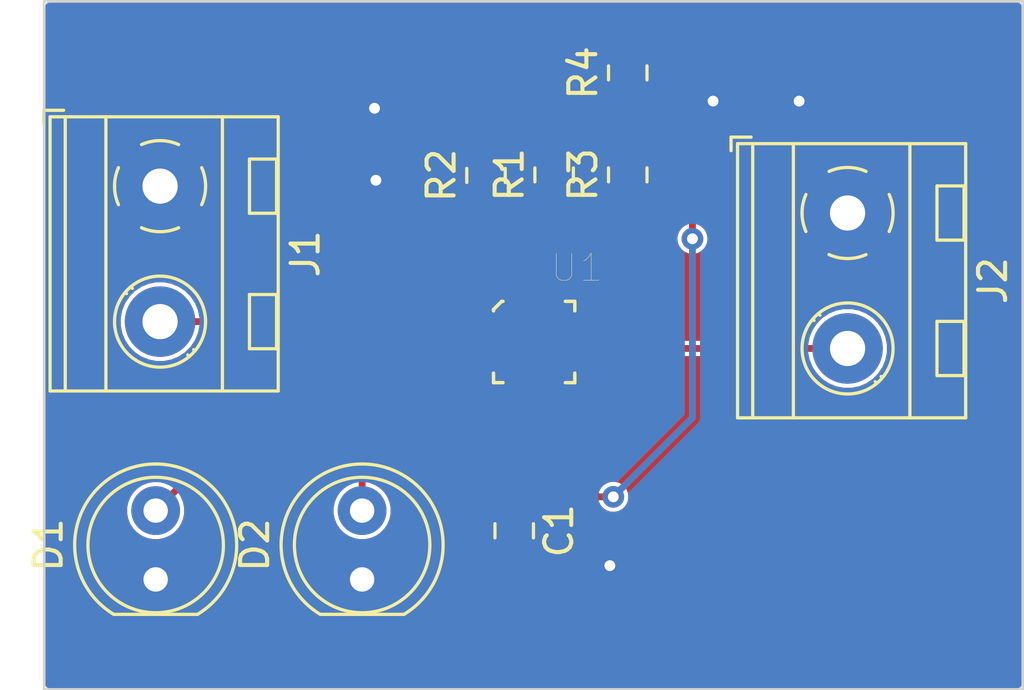
<source format=kicad_pcb>
(kicad_pcb (version 20171130) (host pcbnew "(5.0.2)-1")

  (general
    (thickness 1.6)
    (drawings 4)
    (tracks 41)
    (zones 0)
    (modules 10)
    (nets 14)
  )

  (page A4)
  (layers
    (0 F.Cu signal)
    (31 B.Cu signal)
    (32 B.Adhes user hide)
    (33 F.Adhes user hide)
    (34 B.Paste user hide)
    (35 F.Paste user hide)
    (36 B.SilkS user hide)
    (37 F.SilkS user hide)
    (38 B.Mask user hide)
    (39 F.Mask user hide)
    (40 Dwgs.User user hide)
    (41 Cmts.User user hide)
    (42 Eco1.User user hide)
    (43 Eco2.User user hide)
    (44 Edge.Cuts user)
    (45 Margin user hide)
    (46 B.CrtYd user)
    (47 F.CrtYd user)
    (48 B.Fab user)
    (49 F.Fab user)
  )

  (setup
    (last_trace_width 0.25)
    (user_trace_width 0.254)
    (user_trace_width 0.508)
    (user_trace_width 1.27)
    (user_trace_width 2.54)
    (trace_clearance 0.1524)
    (zone_clearance 0)
    (zone_45_only no)
    (trace_min 0.2)
    (segment_width 0.2)
    (edge_width 0.05)
    (via_size 0.8)
    (via_drill 0.4)
    (via_min_size 0.4)
    (via_min_drill 0.3)
    (uvia_size 0.3)
    (uvia_drill 0.1)
    (uvias_allowed no)
    (uvia_min_size 0.2)
    (uvia_min_drill 0.1)
    (pcb_text_width 0.3)
    (pcb_text_size 1.5 1.5)
    (mod_edge_width 0.12)
    (mod_text_size 1 1)
    (mod_text_width 0.15)
    (pad_size 1.524 1.524)
    (pad_drill 0.762)
    (pad_to_mask_clearance 0.051)
    (solder_mask_min_width 0.25)
    (aux_axis_origin 0 0)
    (visible_elements 7FFFFFFF)
    (pcbplotparams
      (layerselection 0x01000_ffffffff)
      (usegerberextensions false)
      (usegerberattributes false)
      (usegerberadvancedattributes false)
      (creategerberjobfile false)
      (excludeedgelayer true)
      (linewidth 0.100000)
      (plotframeref false)
      (viasonmask false)
      (mode 1)
      (useauxorigin false)
      (hpglpennumber 1)
      (hpglpenspeed 20)
      (hpglpendiameter 15.000000)
      (psnegative false)
      (psa4output false)
      (plotreference true)
      (plotvalue true)
      (plotinvisibletext false)
      (padsonsilk false)
      (subtractmaskfromsilk false)
      (outputformat 1)
      (mirror false)
      (drillshape 0)
      (scaleselection 1)
      (outputdirectory "D:/Juan_Ayala/"))
  )

  (net 0 "")
  (net 1 GND)
  (net 2 "Net-(C1-Pad1)")
  (net 3 "Net-(D1-Pad2)")
  (net 4 "Net-(D2-Pad2)")
  (net 5 "Net-(J1-Pad2)")
  (net 6 "Net-(J2-Pad2)")
  (net 7 "Net-(R1-Pad1)")
  (net 8 "Net-(R2-Pad1)")
  (net 9 "Net-(R3-Pad2)")
  (net 10 "Net-(R3-Pad1)")
  (net 11 "Net-(U1-Pad9)")
  (net 12 "Net-(U1-Pad14)")
  (net 13 "Net-(U1-Pad16)")

  (net_class Default "This is the default net class."
    (clearance 0.1524)
    (trace_width 0.25)
    (via_dia 0.8)
    (via_drill 0.4)
    (uvia_dia 0.3)
    (uvia_drill 0.1)
    (add_net GND)
    (add_net "Net-(C1-Pad1)")
    (add_net "Net-(D1-Pad2)")
    (add_net "Net-(D2-Pad2)")
    (add_net "Net-(J1-Pad2)")
    (add_net "Net-(J2-Pad2)")
    (add_net "Net-(R1-Pad1)")
    (add_net "Net-(R2-Pad1)")
    (add_net "Net-(R3-Pad1)")
    (add_net "Net-(R3-Pad2)")
    (add_net "Net-(U1-Pad14)")
    (add_net "Net-(U1-Pad16)")
    (add_net "Net-(U1-Pad9)")
  )

  (module SS:VFQFPN16 (layer F.Cu) (tedit 5E50C74D) (tstamp 5E524DF5)
    (at 169.926 103.505)
    (path /5E4D92C7)
    (fp_text reference U1 (at 1.57783 -2.73991) (layer F.SilkS)
      (effects (font (size 1.001795 1.001795) (thickness 0.015)))
    )
    (fp_text value L6924D (at 11.6447 2.66724) (layer F.Fab)
      (effects (font (size 1.000835 1.000835) (thickness 0.015)))
    )
    (fp_line (start 1.5 -1.48) (end 1.5 1.5) (layer F.Fab) (width 0.127))
    (fp_line (start 1.5 1.5) (end -1.5 1.5) (layer F.Fab) (width 0.127))
    (fp_line (start -1.5 1.5) (end -1.5 -1.5) (layer F.Fab) (width 0.127))
    (fp_line (start -1.5 -1.5) (end 1.5 -1.5) (layer F.Fab) (width 0.127))
    (fp_line (start -1.5 -1.15) (end -1.5 -1.2) (layer F.SilkS) (width 0.127))
    (fp_line (start -1.5 -1.2) (end -1.2 -1.5) (layer F.SilkS) (width 0.127))
    (fp_line (start -1.2 -1.5) (end -1.15 -1.5) (layer F.SilkS) (width 0.127))
    (fp_line (start 1.15 -1.5) (end 1.5 -1.5) (layer F.SilkS) (width 0.127))
    (fp_line (start 1.5 -1.5) (end 1.5 -1.15) (layer F.SilkS) (width 0.127))
    (fp_line (start 1.5 1.15) (end 1.5 1.5) (layer F.SilkS) (width 0.127))
    (fp_line (start 1.5 1.5) (end 1.15 1.5) (layer F.SilkS) (width 0.127))
    (fp_line (start -1.5 1.15) (end -1.5 1.5) (layer F.SilkS) (width 0.127))
    (fp_line (start -1.5 1.5) (end -1.15 1.5) (layer F.SilkS) (width 0.127))
    (fp_line (start -2.2 -2.2) (end -2.2 2.2) (layer F.CrtYd) (width 0.127))
    (fp_line (start -2.2 2.2) (end 2.2 2.2) (layer F.CrtYd) (width 0.127))
    (fp_line (start 2.2 2.2) (end 2.2 -2.2) (layer F.CrtYd) (width 0.127))
    (fp_line (start 2.2 -2.2) (end -2.2 -2.2) (layer F.CrtYd) (width 0.127))
    (fp_circle (center -2.3 -0.8) (end -2.158581 -0.8) (layer F.Fab) (width 0.127))
    (fp_circle (center -2.3 -0.8) (end -2.2 -0.8) (layer F.Fab) (width 0.127))
    (fp_circle (center -2.33 -0.84) (end -2.285281 -0.84) (layer F.Fab) (width 0.127))
    (pad 1 smd rect (at -1.48 -0.75) (size 0.85 0.3) (layers F.Cu F.Paste F.Mask)
      (net 5 "Net-(J1-Pad2)"))
    (pad 2 smd rect (at -1.48 -0.25) (size 0.85 0.3) (layers F.Cu F.Paste F.Mask)
      (net 5 "Net-(J1-Pad2)"))
    (pad 3 smd rect (at -1.48 0.25) (size 0.85 0.3) (layers F.Cu F.Paste F.Mask)
      (net 3 "Net-(D1-Pad2)"))
    (pad 4 smd rect (at -1.48 0.75) (size 0.85 0.3) (layers F.Cu F.Paste F.Mask)
      (net 4 "Net-(D2-Pad2)"))
    (pad 5 smd rect (at -0.75 1.48) (size 0.3 0.85) (layers F.Cu F.Paste F.Mask)
      (net 2 "Net-(C1-Pad1)"))
    (pad 6 smd rect (at -0.25 1.48) (size 0.3 0.85) (layers F.Cu F.Paste F.Mask)
      (net 1 GND))
    (pad 7 smd rect (at 0.25 1.48) (size 0.3 0.85) (layers F.Cu F.Paste F.Mask)
      (net 1 GND))
    (pad 8 smd rect (at 0.75 1.48) (size 0.3 0.85) (layers F.Cu F.Paste F.Mask)
      (net 9 "Net-(R3-Pad2)"))
    (pad 9 smd rect (at 1.48 0.75) (size 0.85 0.3) (layers F.Cu F.Paste F.Mask)
      (net 11 "Net-(U1-Pad9)"))
    (pad 10 smd rect (at 1.48 0.25) (size 0.85 0.3) (layers F.Cu F.Paste F.Mask)
      (net 6 "Net-(J2-Pad2)"))
    (pad 11 smd rect (at 1.48 -0.25) (size 0.85 0.3) (layers F.Cu F.Paste F.Mask)
      (net 6 "Net-(J2-Pad2)"))
    (pad 12 smd rect (at 1.48 -0.75) (size 0.85 0.3) (layers F.Cu F.Paste F.Mask)
      (net 10 "Net-(R3-Pad1)"))
    (pad 13 smd rect (at 0.75 -1.48) (size 0.3 0.85) (layers F.Cu F.Paste F.Mask)
      (net 7 "Net-(R1-Pad1)"))
    (pad 14 smd rect (at 0.25 -1.48) (size 0.3 0.85) (layers F.Cu F.Paste F.Mask)
      (net 12 "Net-(U1-Pad14)"))
    (pad 15 smd rect (at -0.25 -1.48) (size 0.3 0.85) (layers F.Cu F.Paste F.Mask)
      (net 8 "Net-(R2-Pad1)"))
    (pad 16 smd rect (at -0.75 -1.48) (size 0.3 0.85) (layers F.Cu F.Paste F.Mask)
      (net 13 "Net-(U1-Pad16)"))
    (pad 17 smd rect (at 0 0) (size 1.75 1.75) (layers F.Cu F.Paste F.Mask))
  )

  (module Resistor_SMD:R_0805_2012Metric (layer F.Cu) (tedit 5B36C52B) (tstamp 5E524DCC)
    (at 173.3804 93.5713 90)
    (descr "Resistor SMD 0805 (2012 Metric), square (rectangular) end terminal, IPC_7351 nominal, (Body size source: https://docs.google.com/spreadsheets/d/1BsfQQcO9C6DZCsRaXUlFlo91Tg2WpOkGARC1WS5S8t0/edit?usp=sharing), generated with kicad-footprint-generator")
    (tags resistor)
    (path /5E50AC5B)
    (attr smd)
    (fp_text reference R4 (at 0 -1.65 90) (layer F.SilkS)
      (effects (font (size 1 1) (thickness 0.15)))
    )
    (fp_text value 470 (at 0 1.65 90) (layer F.Fab)
      (effects (font (size 1 1) (thickness 0.15)))
    )
    (fp_text user %R (at 0 0 90) (layer F.Fab)
      (effects (font (size 0.5 0.5) (thickness 0.08)))
    )
    (fp_line (start 1.68 0.95) (end -1.68 0.95) (layer F.CrtYd) (width 0.05))
    (fp_line (start 1.68 -0.95) (end 1.68 0.95) (layer F.CrtYd) (width 0.05))
    (fp_line (start -1.68 -0.95) (end 1.68 -0.95) (layer F.CrtYd) (width 0.05))
    (fp_line (start -1.68 0.95) (end -1.68 -0.95) (layer F.CrtYd) (width 0.05))
    (fp_line (start -0.258578 0.71) (end 0.258578 0.71) (layer F.SilkS) (width 0.12))
    (fp_line (start -0.258578 -0.71) (end 0.258578 -0.71) (layer F.SilkS) (width 0.12))
    (fp_line (start 1 0.6) (end -1 0.6) (layer F.Fab) (width 0.1))
    (fp_line (start 1 -0.6) (end 1 0.6) (layer F.Fab) (width 0.1))
    (fp_line (start -1 -0.6) (end 1 -0.6) (layer F.Fab) (width 0.1))
    (fp_line (start -1 0.6) (end -1 -0.6) (layer F.Fab) (width 0.1))
    (pad 2 smd roundrect (at 0.9375 0 90) (size 0.975 1.4) (layers F.Cu F.Paste F.Mask) (roundrect_rratio 0.25)
      (net 1 GND))
    (pad 1 smd roundrect (at -0.9375 0 90) (size 0.975 1.4) (layers F.Cu F.Paste F.Mask) (roundrect_rratio 0.25)
      (net 9 "Net-(R3-Pad2)"))
    (model ${KISYS3DMOD}/Resistor_SMD.3dshapes/R_0805_2012Metric.wrl
      (at (xyz 0 0 0))
      (scale (xyz 1 1 1))
      (rotate (xyz 0 0 0))
    )
  )

  (module Resistor_SMD:R_0805_2012Metric (layer F.Cu) (tedit 5B36C52B) (tstamp 5E524DBB)
    (at 173.3804 97.3351 90)
    (descr "Resistor SMD 0805 (2012 Metric), square (rectangular) end terminal, IPC_7351 nominal, (Body size source: https://docs.google.com/spreadsheets/d/1BsfQQcO9C6DZCsRaXUlFlo91Tg2WpOkGARC1WS5S8t0/edit?usp=sharing), generated with kicad-footprint-generator")
    (tags resistor)
    (path /5E50AC1B)
    (attr smd)
    (fp_text reference R3 (at 0 -1.65 90) (layer F.SilkS)
      (effects (font (size 1 1) (thickness 0.15)))
    )
    (fp_text value 1k (at 0 1.65 90) (layer F.Fab)
      (effects (font (size 1 1) (thickness 0.15)))
    )
    (fp_text user %R (at 0 0 90) (layer F.Fab)
      (effects (font (size 0.5 0.5) (thickness 0.08)))
    )
    (fp_line (start 1.68 0.95) (end -1.68 0.95) (layer F.CrtYd) (width 0.05))
    (fp_line (start 1.68 -0.95) (end 1.68 0.95) (layer F.CrtYd) (width 0.05))
    (fp_line (start -1.68 -0.95) (end 1.68 -0.95) (layer F.CrtYd) (width 0.05))
    (fp_line (start -1.68 0.95) (end -1.68 -0.95) (layer F.CrtYd) (width 0.05))
    (fp_line (start -0.258578 0.71) (end 0.258578 0.71) (layer F.SilkS) (width 0.12))
    (fp_line (start -0.258578 -0.71) (end 0.258578 -0.71) (layer F.SilkS) (width 0.12))
    (fp_line (start 1 0.6) (end -1 0.6) (layer F.Fab) (width 0.1))
    (fp_line (start 1 -0.6) (end 1 0.6) (layer F.Fab) (width 0.1))
    (fp_line (start -1 -0.6) (end 1 -0.6) (layer F.Fab) (width 0.1))
    (fp_line (start -1 0.6) (end -1 -0.6) (layer F.Fab) (width 0.1))
    (pad 2 smd roundrect (at 0.9375 0 90) (size 0.975 1.4) (layers F.Cu F.Paste F.Mask) (roundrect_rratio 0.25)
      (net 9 "Net-(R3-Pad2)"))
    (pad 1 smd roundrect (at -0.9375 0 90) (size 0.975 1.4) (layers F.Cu F.Paste F.Mask) (roundrect_rratio 0.25)
      (net 10 "Net-(R3-Pad1)"))
    (model ${KISYS3DMOD}/Resistor_SMD.3dshapes/R_0805_2012Metric.wrl
      (at (xyz 0 0 0))
      (scale (xyz 1 1 1))
      (rotate (xyz 0 0 0))
    )
  )

  (module Resistor_SMD:R_0805_2012Metric (layer F.Cu) (tedit 5B36C52B) (tstamp 5E524DAA)
    (at 168.148 97.3559 90)
    (descr "Resistor SMD 0805 (2012 Metric), square (rectangular) end terminal, IPC_7351 nominal, (Body size source: https://docs.google.com/spreadsheets/d/1BsfQQcO9C6DZCsRaXUlFlo91Tg2WpOkGARC1WS5S8t0/edit?usp=sharing), generated with kicad-footprint-generator")
    (tags resistor)
    (path /5E4F85A4)
    (attr smd)
    (fp_text reference R2 (at 0 -1.65 90) (layer F.SilkS)
      (effects (font (size 1 1) (thickness 0.15)))
    )
    (fp_text value 11K (at 0 1.65 90) (layer F.Fab)
      (effects (font (size 1 1) (thickness 0.15)))
    )
    (fp_text user %R (at 0 0 90) (layer F.Fab)
      (effects (font (size 0.5 0.5) (thickness 0.08)))
    )
    (fp_line (start 1.68 0.95) (end -1.68 0.95) (layer F.CrtYd) (width 0.05))
    (fp_line (start 1.68 -0.95) (end 1.68 0.95) (layer F.CrtYd) (width 0.05))
    (fp_line (start -1.68 -0.95) (end 1.68 -0.95) (layer F.CrtYd) (width 0.05))
    (fp_line (start -1.68 0.95) (end -1.68 -0.95) (layer F.CrtYd) (width 0.05))
    (fp_line (start -0.258578 0.71) (end 0.258578 0.71) (layer F.SilkS) (width 0.12))
    (fp_line (start -0.258578 -0.71) (end 0.258578 -0.71) (layer F.SilkS) (width 0.12))
    (fp_line (start 1 0.6) (end -1 0.6) (layer F.Fab) (width 0.1))
    (fp_line (start 1 -0.6) (end 1 0.6) (layer F.Fab) (width 0.1))
    (fp_line (start -1 -0.6) (end 1 -0.6) (layer F.Fab) (width 0.1))
    (fp_line (start -1 0.6) (end -1 -0.6) (layer F.Fab) (width 0.1))
    (pad 2 smd roundrect (at 0.9375 0 90) (size 0.975 1.4) (layers F.Cu F.Paste F.Mask) (roundrect_rratio 0.25)
      (net 1 GND))
    (pad 1 smd roundrect (at -0.9375 0 90) (size 0.975 1.4) (layers F.Cu F.Paste F.Mask) (roundrect_rratio 0.25)
      (net 8 "Net-(R2-Pad1)"))
    (model ${KISYS3DMOD}/Resistor_SMD.3dshapes/R_0805_2012Metric.wrl
      (at (xyz 0 0 0))
      (scale (xyz 1 1 1))
      (rotate (xyz 0 0 0))
    )
  )

  (module Resistor_SMD:R_0805_2012Metric (layer F.Cu) (tedit 5B36C52B) (tstamp 5E524D99)
    (at 170.6626 97.3351 90)
    (descr "Resistor SMD 0805 (2012 Metric), square (rectangular) end terminal, IPC_7351 nominal, (Body size source: https://docs.google.com/spreadsheets/d/1BsfQQcO9C6DZCsRaXUlFlo91Tg2WpOkGARC1WS5S8t0/edit?usp=sharing), generated with kicad-footprint-generator")
    (tags resistor)
    (path /5E4F945B)
    (attr smd)
    (fp_text reference R1 (at 0 -1.65 90) (layer F.SilkS)
      (effects (font (size 1 1) (thickness 0.15)))
    )
    (fp_text value 3.3k (at 0 1.65 90) (layer F.Fab)
      (effects (font (size 1 1) (thickness 0.15)))
    )
    (fp_text user %R (at 0 0 90) (layer F.Fab)
      (effects (font (size 0.5 0.5) (thickness 0.08)))
    )
    (fp_line (start 1.68 0.95) (end -1.68 0.95) (layer F.CrtYd) (width 0.05))
    (fp_line (start 1.68 -0.95) (end 1.68 0.95) (layer F.CrtYd) (width 0.05))
    (fp_line (start -1.68 -0.95) (end 1.68 -0.95) (layer F.CrtYd) (width 0.05))
    (fp_line (start -1.68 0.95) (end -1.68 -0.95) (layer F.CrtYd) (width 0.05))
    (fp_line (start -0.258578 0.71) (end 0.258578 0.71) (layer F.SilkS) (width 0.12))
    (fp_line (start -0.258578 -0.71) (end 0.258578 -0.71) (layer F.SilkS) (width 0.12))
    (fp_line (start 1 0.6) (end -1 0.6) (layer F.Fab) (width 0.1))
    (fp_line (start 1 -0.6) (end 1 0.6) (layer F.Fab) (width 0.1))
    (fp_line (start -1 -0.6) (end 1 -0.6) (layer F.Fab) (width 0.1))
    (fp_line (start -1 0.6) (end -1 -0.6) (layer F.Fab) (width 0.1))
    (pad 2 smd roundrect (at 0.9375 0 90) (size 0.975 1.4) (layers F.Cu F.Paste F.Mask) (roundrect_rratio 0.25)
      (net 1 GND))
    (pad 1 smd roundrect (at -0.9375 0 90) (size 0.975 1.4) (layers F.Cu F.Paste F.Mask) (roundrect_rratio 0.25)
      (net 7 "Net-(R1-Pad1)"))
    (model ${KISYS3DMOD}/Resistor_SMD.3dshapes/R_0805_2012Metric.wrl
      (at (xyz 0 0 0))
      (scale (xyz 1 1 1))
      (rotate (xyz 0 0 0))
    )
  )

  (module TerminalBlock_MetzConnect:TerminalBlock_MetzConnect_Type094_RT03502HBLU_1x02_P5.00mm_Horizontal (layer F.Cu) (tedit 5B294E9C) (tstamp 5E524D88)
    (at 181.49316 98.74376 270)
    (descr "terminal block Metz Connect Type094_RT03502HBLU, 2 pins, pitch 5mm, size 10x8.3mm^2, drill diamater 1.3mm, pad diameter 2.6mm, see http://www.metz-connect.com/ru/system/files/productfiles/Data_sheet_310941_RT035xxHBLU_OFF-022742T.pdf, script-generated using https://github.com/pointhi/kicad-footprint-generator/scripts/TerminalBlock_MetzConnect")
    (tags "THT terminal block Metz Connect Type094_RT03502HBLU pitch 5mm size 10x8.3mm^2 drill 1.3mm pad 2.6mm")
    (path /5E50DEFE)
    (fp_text reference J2 (at 2.5 -5.36 90) (layer F.SilkS)
      (effects (font (size 1 1) (thickness 0.15)))
    )
    (fp_text value Screw_Terminal_01x02 (at 2.5 5.06 90) (layer F.Fab)
      (effects (font (size 1 1) (thickness 0.15)))
    )
    (fp_text user %R (at 2.5 2.75 90) (layer F.Fab)
      (effects (font (size 1 1) (thickness 0.15)))
    )
    (fp_line (start 8 -4.81) (end -3 -4.81) (layer F.CrtYd) (width 0.05))
    (fp_line (start 8 4.5) (end 8 -4.81) (layer F.CrtYd) (width 0.05))
    (fp_line (start -3 4.5) (end 8 4.5) (layer F.CrtYd) (width 0.05))
    (fp_line (start -3 -4.81) (end -3 4.5) (layer F.CrtYd) (width 0.05))
    (fp_line (start -2.8 4.3) (end -2.3 4.3) (layer F.SilkS) (width 0.12))
    (fp_line (start -2.8 3.56) (end -2.8 4.3) (layer F.SilkS) (width 0.12))
    (fp_line (start 6 -4.3) (end 6 -3.3) (layer F.SilkS) (width 0.12))
    (fp_line (start 4 -4.3) (end 4 -3.3) (layer F.SilkS) (width 0.12))
    (fp_line (start 4 -3.3) (end 6 -3.3) (layer F.SilkS) (width 0.12))
    (fp_line (start 4 -4.3) (end 6 -4.3) (layer F.SilkS) (width 0.12))
    (fp_line (start 6 -4.3) (end 4 -4.3) (layer F.Fab) (width 0.1))
    (fp_line (start 6 -3.3) (end 6 -4.3) (layer F.Fab) (width 0.1))
    (fp_line (start 4 -3.3) (end 6 -3.3) (layer F.Fab) (width 0.1))
    (fp_line (start 4 -4.3) (end 4 -3.3) (layer F.Fab) (width 0.1))
    (fp_line (start 3.773 1.023) (end 3.726 1.069) (layer F.SilkS) (width 0.12))
    (fp_line (start 6.07 -1.275) (end 6.035 -1.239) (layer F.SilkS) (width 0.12))
    (fp_line (start 3.966 1.239) (end 3.931 1.274) (layer F.SilkS) (width 0.12))
    (fp_line (start 6.275 -1.069) (end 6.228 -1.023) (layer F.SilkS) (width 0.12))
    (fp_line (start 5.955 -1.138) (end 3.863 0.955) (layer F.Fab) (width 0.1))
    (fp_line (start 6.138 -0.955) (end 4.046 1.138) (layer F.Fab) (width 0.1))
    (fp_line (start 1 -4.3) (end 1 -3.3) (layer F.SilkS) (width 0.12))
    (fp_line (start -1 -4.3) (end -1 -3.3) (layer F.SilkS) (width 0.12))
    (fp_line (start -1 -3.3) (end 1 -3.3) (layer F.SilkS) (width 0.12))
    (fp_line (start -1 -4.3) (end 1 -4.3) (layer F.SilkS) (width 0.12))
    (fp_line (start 1 -4.3) (end -1 -4.3) (layer F.Fab) (width 0.1))
    (fp_line (start 1 -3.3) (end 1 -4.3) (layer F.Fab) (width 0.1))
    (fp_line (start -1 -3.3) (end 1 -3.3) (layer F.Fab) (width 0.1))
    (fp_line (start -1 -4.3) (end -1 -3.3) (layer F.Fab) (width 0.1))
    (fp_line (start 0.955 -1.138) (end -1.138 0.955) (layer F.Fab) (width 0.1))
    (fp_line (start 1.138 -0.955) (end -0.955 1.138) (layer F.Fab) (width 0.1))
    (fp_line (start 7.56 -4.36) (end 7.56 4.06) (layer F.SilkS) (width 0.12))
    (fp_line (start -2.56 -4.36) (end -2.56 4.06) (layer F.SilkS) (width 0.12))
    (fp_line (start -2.56 4.06) (end 7.56 4.06) (layer F.SilkS) (width 0.12))
    (fp_line (start -2.56 -4.36) (end 7.56 -4.36) (layer F.SilkS) (width 0.12))
    (fp_line (start -2.56 -2.301) (end 7.56 -2.301) (layer F.SilkS) (width 0.12))
    (fp_line (start -2.5 -2.3) (end 7.5 -2.3) (layer F.Fab) (width 0.1))
    (fp_line (start -2.56 2) (end 7.56 2) (layer F.SilkS) (width 0.12))
    (fp_line (start -2.5 2) (end 7.5 2) (layer F.Fab) (width 0.1))
    (fp_line (start -2.56 3.5) (end 7.56 3.5) (layer F.SilkS) (width 0.12))
    (fp_line (start -2.5 3.5) (end 7.5 3.5) (layer F.Fab) (width 0.1))
    (fp_line (start -2.5 3.5) (end -2.5 -4.3) (layer F.Fab) (width 0.1))
    (fp_line (start -2 4) (end -2.5 3.5) (layer F.Fab) (width 0.1))
    (fp_line (start 7.5 4) (end -2 4) (layer F.Fab) (width 0.1))
    (fp_line (start 7.5 -4.3) (end 7.5 4) (layer F.Fab) (width 0.1))
    (fp_line (start -2.5 -4.3) (end 7.5 -4.3) (layer F.Fab) (width 0.1))
    (fp_circle (center 5 0) (end 6.68 0) (layer F.SilkS) (width 0.12))
    (fp_circle (center 5 0) (end 6.5 0) (layer F.Fab) (width 0.1))
    (fp_circle (center 0 0) (end 1.5 0) (layer F.Fab) (width 0.1))
    (fp_arc (start 0 0) (end -0.684 1.535) (angle -25) (layer F.SilkS) (width 0.12))
    (fp_arc (start 0 0) (end -1.535 -0.684) (angle -48) (layer F.SilkS) (width 0.12))
    (fp_arc (start 0 0) (end 0.684 -1.535) (angle -48) (layer F.SilkS) (width 0.12))
    (fp_arc (start 0 0) (end 1.535 0.684) (angle -48) (layer F.SilkS) (width 0.12))
    (fp_arc (start 0 0) (end 0 1.68) (angle -24) (layer F.SilkS) (width 0.12))
    (pad 2 thru_hole circle (at 5 0 270) (size 2.6 2.6) (drill 1.3) (layers *.Cu *.Mask)
      (net 6 "Net-(J2-Pad2)"))
    (pad 1 thru_hole rect (at 0 0 270) (size 2.6 2.6) (drill 1.3) (layers *.Cu *.Mask)
      (net 1 GND))
    (model ${KISYS3DMOD}/TerminalBlock_MetzConnect.3dshapes/TerminalBlock_MetzConnect_Type094_RT03502HBLU_1x02_P5.00mm_Horizontal.wrl
      (at (xyz 0 0 0))
      (scale (xyz 1 1 1))
      (rotate (xyz 0 0 0))
    )
  )

  (module TerminalBlock_MetzConnect:TerminalBlock_MetzConnect_Type094_RT03502HBLU_1x02_P5.00mm_Horizontal (layer F.Cu) (tedit 5B294E9C) (tstamp 5E5265ED)
    (at 156.11856 97.75316 270)
    (descr "terminal block Metz Connect Type094_RT03502HBLU, 2 pins, pitch 5mm, size 10x8.3mm^2, drill diamater 1.3mm, pad diameter 2.6mm, see http://www.metz-connect.com/ru/system/files/productfiles/Data_sheet_310941_RT035xxHBLU_OFF-022742T.pdf, script-generated using https://github.com/pointhi/kicad-footprint-generator/scripts/TerminalBlock_MetzConnect")
    (tags "THT terminal block Metz Connect Type094_RT03502HBLU pitch 5mm size 10x8.3mm^2 drill 1.3mm pad 2.6mm")
    (path /5E4D945A)
    (fp_text reference J1 (at 2.5 -5.36 90) (layer F.SilkS)
      (effects (font (size 1 1) (thickness 0.15)))
    )
    (fp_text value Screw_Terminal_01x02 (at 2.5 5.06 90) (layer F.Fab)
      (effects (font (size 1 1) (thickness 0.15)))
    )
    (fp_text user %R (at 2.5 2.75 90) (layer F.Fab)
      (effects (font (size 1 1) (thickness 0.15)))
    )
    (fp_line (start 8 -4.81) (end -3 -4.81) (layer F.CrtYd) (width 0.05))
    (fp_line (start 8 4.5) (end 8 -4.81) (layer F.CrtYd) (width 0.05))
    (fp_line (start -3 4.5) (end 8 4.5) (layer F.CrtYd) (width 0.05))
    (fp_line (start -3 -4.81) (end -3 4.5) (layer F.CrtYd) (width 0.05))
    (fp_line (start -2.8 4.3) (end -2.3 4.3) (layer F.SilkS) (width 0.12))
    (fp_line (start -2.8 3.56) (end -2.8 4.3) (layer F.SilkS) (width 0.12))
    (fp_line (start 6 -4.3) (end 6 -3.3) (layer F.SilkS) (width 0.12))
    (fp_line (start 4 -4.3) (end 4 -3.3) (layer F.SilkS) (width 0.12))
    (fp_line (start 4 -3.3) (end 6 -3.3) (layer F.SilkS) (width 0.12))
    (fp_line (start 4 -4.3) (end 6 -4.3) (layer F.SilkS) (width 0.12))
    (fp_line (start 6 -4.3) (end 4 -4.3) (layer F.Fab) (width 0.1))
    (fp_line (start 6 -3.3) (end 6 -4.3) (layer F.Fab) (width 0.1))
    (fp_line (start 4 -3.3) (end 6 -3.3) (layer F.Fab) (width 0.1))
    (fp_line (start 4 -4.3) (end 4 -3.3) (layer F.Fab) (width 0.1))
    (fp_line (start 3.773 1.023) (end 3.726 1.069) (layer F.SilkS) (width 0.12))
    (fp_line (start 6.07 -1.275) (end 6.035 -1.239) (layer F.SilkS) (width 0.12))
    (fp_line (start 3.966 1.239) (end 3.931 1.274) (layer F.SilkS) (width 0.12))
    (fp_line (start 6.275 -1.069) (end 6.228 -1.023) (layer F.SilkS) (width 0.12))
    (fp_line (start 5.955 -1.138) (end 3.863 0.955) (layer F.Fab) (width 0.1))
    (fp_line (start 6.138 -0.955) (end 4.046 1.138) (layer F.Fab) (width 0.1))
    (fp_line (start 1 -4.3) (end 1 -3.3) (layer F.SilkS) (width 0.12))
    (fp_line (start -1 -4.3) (end -1 -3.3) (layer F.SilkS) (width 0.12))
    (fp_line (start -1 -3.3) (end 1 -3.3) (layer F.SilkS) (width 0.12))
    (fp_line (start -1 -4.3) (end 1 -4.3) (layer F.SilkS) (width 0.12))
    (fp_line (start 1 -4.3) (end -1 -4.3) (layer F.Fab) (width 0.1))
    (fp_line (start 1 -3.3) (end 1 -4.3) (layer F.Fab) (width 0.1))
    (fp_line (start -1 -3.3) (end 1 -3.3) (layer F.Fab) (width 0.1))
    (fp_line (start -1 -4.3) (end -1 -3.3) (layer F.Fab) (width 0.1))
    (fp_line (start 0.955 -1.138) (end -1.138 0.955) (layer F.Fab) (width 0.1))
    (fp_line (start 1.138 -0.955) (end -0.955 1.138) (layer F.Fab) (width 0.1))
    (fp_line (start 7.56 -4.36) (end 7.56 4.06) (layer F.SilkS) (width 0.12))
    (fp_line (start -2.56 -4.36) (end -2.56 4.06) (layer F.SilkS) (width 0.12))
    (fp_line (start -2.56 4.06) (end 7.56 4.06) (layer F.SilkS) (width 0.12))
    (fp_line (start -2.56 -4.36) (end 7.56 -4.36) (layer F.SilkS) (width 0.12))
    (fp_line (start -2.56 -2.301) (end 7.56 -2.301) (layer F.SilkS) (width 0.12))
    (fp_line (start -2.5 -2.3) (end 7.5 -2.3) (layer F.Fab) (width 0.1))
    (fp_line (start -2.56 2) (end 7.56 2) (layer F.SilkS) (width 0.12))
    (fp_line (start -2.5 2) (end 7.5 2) (layer F.Fab) (width 0.1))
    (fp_line (start -2.56 3.5) (end 7.56 3.5) (layer F.SilkS) (width 0.12))
    (fp_line (start -2.5 3.5) (end 7.5 3.5) (layer F.Fab) (width 0.1))
    (fp_line (start -2.5 3.5) (end -2.5 -4.3) (layer F.Fab) (width 0.1))
    (fp_line (start -2 4) (end -2.5 3.5) (layer F.Fab) (width 0.1))
    (fp_line (start 7.5 4) (end -2 4) (layer F.Fab) (width 0.1))
    (fp_line (start 7.5 -4.3) (end 7.5 4) (layer F.Fab) (width 0.1))
    (fp_line (start -2.5 -4.3) (end 7.5 -4.3) (layer F.Fab) (width 0.1))
    (fp_circle (center 5 0) (end 6.68 0) (layer F.SilkS) (width 0.12))
    (fp_circle (center 5 0) (end 6.5 0) (layer F.Fab) (width 0.1))
    (fp_circle (center 0 0) (end 1.5 0) (layer F.Fab) (width 0.1))
    (fp_arc (start 0 0) (end -0.684 1.535) (angle -25) (layer F.SilkS) (width 0.12))
    (fp_arc (start 0 0) (end -1.535 -0.684) (angle -48) (layer F.SilkS) (width 0.12))
    (fp_arc (start 0 0) (end 0.684 -1.535) (angle -48) (layer F.SilkS) (width 0.12))
    (fp_arc (start 0 0) (end 1.535 0.684) (angle -48) (layer F.SilkS) (width 0.12))
    (fp_arc (start 0 0) (end 0 1.68) (angle -24) (layer F.SilkS) (width 0.12))
    (pad 2 thru_hole circle (at 5 0 270) (size 2.6 2.6) (drill 1.3) (layers *.Cu *.Mask)
      (net 5 "Net-(J1-Pad2)"))
    (pad 1 thru_hole rect (at 0 0 270) (size 2.6 2.6) (drill 1.3) (layers *.Cu *.Mask)
      (net 1 GND))
    (model ${KISYS3DMOD}/TerminalBlock_MetzConnect.3dshapes/TerminalBlock_MetzConnect_Type094_RT03502HBLU_1x02_P5.00mm_Horizontal.wrl
      (at (xyz 0 0 0))
      (scale (xyz 1 1 1))
      (rotate (xyz 0 0 0))
    )
  )

  (module LED_THT:LED_D5.0mm (layer F.Cu) (tedit 5995936A) (tstamp 5E526124)
    (at 163.576 112.268 90)
    (descr "LED, diameter 5.0mm, 2 pins, http://cdn-reichelt.de/documents/datenblatt/A500/LL-504BC2E-009.pdf")
    (tags "LED diameter 5.0mm 2 pins")
    (path /5E50B555)
    (fp_text reference D2 (at 1.27 -3.96 90) (layer F.SilkS)
      (effects (font (size 1 1) (thickness 0.15)))
    )
    (fp_text value LED (at 1.27 3.96 90) (layer F.Fab)
      (effects (font (size 1 1) (thickness 0.15)))
    )
    (fp_text user %R (at 1.25 0 90) (layer F.Fab)
      (effects (font (size 0.8 0.8) (thickness 0.2)))
    )
    (fp_line (start 4.5 -3.25) (end -1.95 -3.25) (layer F.CrtYd) (width 0.05))
    (fp_line (start 4.5 3.25) (end 4.5 -3.25) (layer F.CrtYd) (width 0.05))
    (fp_line (start -1.95 3.25) (end 4.5 3.25) (layer F.CrtYd) (width 0.05))
    (fp_line (start -1.95 -3.25) (end -1.95 3.25) (layer F.CrtYd) (width 0.05))
    (fp_line (start -1.29 -1.545) (end -1.29 1.545) (layer F.SilkS) (width 0.12))
    (fp_line (start -1.23 -1.469694) (end -1.23 1.469694) (layer F.Fab) (width 0.1))
    (fp_circle (center 1.27 0) (end 3.77 0) (layer F.SilkS) (width 0.12))
    (fp_circle (center 1.27 0) (end 3.77 0) (layer F.Fab) (width 0.1))
    (fp_arc (start 1.27 0) (end -1.29 1.54483) (angle -148.9) (layer F.SilkS) (width 0.12))
    (fp_arc (start 1.27 0) (end -1.29 -1.54483) (angle 148.9) (layer F.SilkS) (width 0.12))
    (fp_arc (start 1.27 0) (end -1.23 -1.469694) (angle 299.1) (layer F.Fab) (width 0.1))
    (pad 2 thru_hole circle (at 2.54 0 90) (size 1.8 1.8) (drill 0.9) (layers *.Cu *.Mask)
      (net 4 "Net-(D2-Pad2)"))
    (pad 1 thru_hole rect (at 0 0 90) (size 1.8 1.8) (drill 0.9) (layers *.Cu *.Mask)
      (net 1 GND))
    (model ${KISYS3DMOD}/LED_THT.3dshapes/LED_D5.0mm.wrl
      (at (xyz 0 0 0))
      (scale (xyz 1 1 1))
      (rotate (xyz 0 0 0))
    )
  )

  (module LED_THT:LED_D5.0mm (layer F.Cu) (tedit 5995936A) (tstamp 5E524CFE)
    (at 155.956 112.268 90)
    (descr "LED, diameter 5.0mm, 2 pins, http://cdn-reichelt.de/documents/datenblatt/A500/LL-504BC2E-009.pdf")
    (tags "LED diameter 5.0mm 2 pins")
    (path /5E50B4E6)
    (fp_text reference D1 (at 1.27 -3.96 90) (layer F.SilkS)
      (effects (font (size 1 1) (thickness 0.15)))
    )
    (fp_text value LED (at 1.27 3.96 90) (layer F.Fab)
      (effects (font (size 1 1) (thickness 0.15)))
    )
    (fp_text user %R (at 1.3716 1.6256 90) (layer F.Fab)
      (effects (font (size 0.8 0.8) (thickness 0.2)))
    )
    (fp_line (start 4.5 -3.25) (end -1.95 -3.25) (layer F.CrtYd) (width 0.05))
    (fp_line (start 4.5 3.25) (end 4.5 -3.25) (layer F.CrtYd) (width 0.05))
    (fp_line (start -1.95 3.25) (end 4.5 3.25) (layer F.CrtYd) (width 0.05))
    (fp_line (start -1.95 -3.25) (end -1.95 3.25) (layer F.CrtYd) (width 0.05))
    (fp_line (start -1.29 -1.545) (end -1.29 1.545) (layer F.SilkS) (width 0.12))
    (fp_line (start -1.23 -1.469694) (end -1.23 1.469694) (layer F.Fab) (width 0.1))
    (fp_circle (center 1.27 0) (end 3.77 0) (layer F.SilkS) (width 0.12))
    (fp_circle (center 1.27 0) (end 3.77 0) (layer F.Fab) (width 0.1))
    (fp_arc (start 1.27 0) (end -1.29 1.54483) (angle -148.9) (layer F.SilkS) (width 0.12))
    (fp_arc (start 1.27 0) (end -1.29 -1.54483) (angle 148.9) (layer F.SilkS) (width 0.12))
    (fp_arc (start 1.27 0) (end -1.23 -1.469694) (angle 299.1) (layer F.Fab) (width 0.1))
    (pad 2 thru_hole circle (at 2.54 0 90) (size 1.8 1.8) (drill 0.9) (layers *.Cu *.Mask)
      (net 3 "Net-(D1-Pad2)"))
    (pad 1 thru_hole rect (at 0 0 90) (size 1.8 1.8) (drill 0.9) (layers *.Cu *.Mask)
      (net 1 GND))
    (model ${KISYS3DMOD}/LED_THT.3dshapes/LED_D5.0mm.wrl
      (at (xyz 0 0 0))
      (scale (xyz 1 1 1))
      (rotate (xyz 0 0 0))
    )
  )

  (module Capacitor_SMD:C_0805_2012Metric_Pad1.15x1.40mm_HandSolder (layer F.Cu) (tedit 5B36C52B) (tstamp 5E524CEC)
    (at 169.1894 110.4736 270)
    (descr "Capacitor SMD 0805 (2012 Metric), square (rectangular) end terminal, IPC_7351 nominal with elongated pad for handsoldering. (Body size source: https://docs.google.com/spreadsheets/d/1BsfQQcO9C6DZCsRaXUlFlo91Tg2WpOkGARC1WS5S8t0/edit?usp=sharing), generated with kicad-footprint-generator")
    (tags "capacitor handsolder")
    (path /5E4D9327)
    (attr smd)
    (fp_text reference C1 (at 0 -1.65 90) (layer F.SilkS)
      (effects (font (size 1 1) (thickness 0.15)))
    )
    (fp_text value 10nF (at 0 1.65 90) (layer F.Fab)
      (effects (font (size 1 1) (thickness 0.15)))
    )
    (fp_text user %R (at 0 0 90) (layer F.Fab)
      (effects (font (size 0.5 0.5) (thickness 0.08)))
    )
    (fp_line (start 1.85 0.95) (end -1.85 0.95) (layer F.CrtYd) (width 0.05))
    (fp_line (start 1.85 -0.95) (end 1.85 0.95) (layer F.CrtYd) (width 0.05))
    (fp_line (start -1.85 -0.95) (end 1.85 -0.95) (layer F.CrtYd) (width 0.05))
    (fp_line (start -1.85 0.95) (end -1.85 -0.95) (layer F.CrtYd) (width 0.05))
    (fp_line (start -0.261252 0.71) (end 0.261252 0.71) (layer F.SilkS) (width 0.12))
    (fp_line (start -0.261252 -0.71) (end 0.261252 -0.71) (layer F.SilkS) (width 0.12))
    (fp_line (start 1 0.6) (end -1 0.6) (layer F.Fab) (width 0.1))
    (fp_line (start 1 -0.6) (end 1 0.6) (layer F.Fab) (width 0.1))
    (fp_line (start -1 -0.6) (end 1 -0.6) (layer F.Fab) (width 0.1))
    (fp_line (start -1 0.6) (end -1 -0.6) (layer F.Fab) (width 0.1))
    (pad 2 smd roundrect (at 1.025 0 270) (size 1.15 1.4) (layers F.Cu F.Paste F.Mask) (roundrect_rratio 0.217391)
      (net 1 GND))
    (pad 1 smd roundrect (at -1.025 0 270) (size 1.15 1.4) (layers F.Cu F.Paste F.Mask) (roundrect_rratio 0.217391)
      (net 2 "Net-(C1-Pad1)"))
    (model ${KISYS3DMOD}/Capacitor_SMD.3dshapes/C_0805_2012Metric.wrl
      (at (xyz 0 0 0))
      (scale (xyz 1 1 1))
      (rotate (xyz 0 0 0))
    )
  )

  (gr_line (start 187.96 90.932) (end 187.96 116.332) (layer Edge.Cuts) (width 0.1))
  (gr_line (start 151.8412 90.932) (end 187.96 90.932) (layer Edge.Cuts) (width 0.1))
  (gr_line (start 151.8412 116.332) (end 151.8412 90.932) (layer Edge.Cuts) (width 0.1))
  (gr_line (start 187.96 116.332) (end 151.8412 116.332) (layer Edge.Cuts) (width 0.1))

  (via (at 164.0332 94.87916) (size 0.8) (drill 0.4) (layers F.Cu B.Cu) (net 1))
  (via (at 164.084 97.536) (size 0.8) (drill 0.4) (layers F.Cu B.Cu) (net 1))
  (via (at 179.705 94.615) (size 0.8) (drill 0.4) (layers F.Cu B.Cu) (net 1))
  (via (at 176.53 94.615) (size 0.8) (drill 0.4) (layers F.Cu B.Cu) (net 1))
  (via (at 172.72 111.76) (size 0.8) (drill 0.4) (layers F.Cu B.Cu) (net 1))
  (segment (start 169.1894 104.9984) (end 169.176 104.985) (width 0.254) (layer F.Cu) (net 2))
  (segment (start 169.1894 109.4486) (end 169.1894 104.9984) (width 0.254) (layer F.Cu) (net 2))
  (segment (start 161.929 103.755) (end 155.956 109.728) (width 0.254) (layer F.Cu) (net 3))
  (segment (start 168.446 103.755) (end 161.929 103.755) (width 0.254) (layer F.Cu) (net 3))
  (segment (start 168.446 104.255) (end 166.89 104.255) (width 0.254) (layer F.Cu) (net 4))
  (segment (start 163.576 107.569) (end 163.576 109.728) (width 0.254) (layer F.Cu) (net 4))
  (segment (start 166.89 104.255) (end 163.576 107.569) (width 0.254) (layer F.Cu) (net 4))
  (segment (start 168.446 102.755) (end 168.446 103.255) (width 0.254) (layer F.Cu) (net 5))
  (segment (start 168.434 102.743) (end 168.446 102.755) (width 0.254) (layer F.Cu) (net 5))
  (segment (start 168.44416 102.75316) (end 168.446 102.755) (width 0.254) (layer F.Cu) (net 5))
  (segment (start 156.11856 102.75316) (end 168.44416 102.75316) (width 0.254) (layer F.Cu) (net 5))
  (segment (start 171.406 103.255) (end 171.406 103.755) (width 0.254) (layer F.Cu) (net 6))
  (segment (start 172.085 103.755) (end 171.406 103.755) (width 0.254) (layer F.Cu) (net 6))
  (segment (start 171.41724 103.74376) (end 171.406 103.755) (width 0.254) (layer F.Cu) (net 6))
  (segment (start 181.49316 103.74376) (end 171.41724 103.74376) (width 0.254) (layer F.Cu) (net 6))
  (segment (start 170.6626 102.0116) (end 170.676 102.025) (width 0.254) (layer F.Cu) (net 7))
  (segment (start 170.6626 98.2726) (end 170.6626 102.0116) (width 0.254) (layer F.Cu) (net 7))
  (segment (start 169.676 101.346) (end 169.676 102.025) (width 0.254) (layer F.Cu) (net 8))
  (segment (start 169.676 100.3089) (end 169.676 101.346) (width 0.254) (layer F.Cu) (net 8))
  (segment (start 168.148 98.7809) (end 169.676 100.3089) (width 0.254) (layer F.Cu) (net 8))
  (segment (start 168.148 98.2934) (end 168.148 98.7809) (width 0.254) (layer F.Cu) (net 8))
  (segment (start 173.3804 96.3976) (end 173.3804 94.5088) (width 0.254) (layer F.Cu) (net 9))
  (segment (start 173.3804 96.3976) (end 175.768 98.7852) (width 0.254) (layer F.Cu) (net 9))
  (via (at 175.768 99.695) (size 0.8) (drill 0.4) (layers F.Cu B.Cu) (net 9))
  (segment (start 175.768 98.7852) (end 175.768 99.695) (width 0.254) (layer F.Cu) (net 9))
  (segment (start 175.768 99.695) (end 175.768 106.299) (width 0.254) (layer B.Cu) (net 9))
  (segment (start 175.768 106.299) (end 172.847 109.22) (width 0.254) (layer B.Cu) (net 9))
  (via (at 172.847 109.22) (size 0.8) (drill 0.4) (layers F.Cu B.Cu) (net 9))
  (segment (start 170.676 105.664) (end 170.676 104.985) (width 0.254) (layer F.Cu) (net 9))
  (segment (start 170.676 107.614685) (end 170.676 105.664) (width 0.254) (layer F.Cu) (net 9))
  (segment (start 172.281315 109.22) (end 170.676 107.614685) (width 0.254) (layer F.Cu) (net 9))
  (segment (start 172.847 109.22) (end 172.281315 109.22) (width 0.254) (layer F.Cu) (net 9))
  (segment (start 173.3804 100.8112) (end 173.3804 98.7601) (width 0.254) (layer F.Cu) (net 10))
  (segment (start 171.4366 102.755) (end 173.3804 100.8112) (width 0.254) (layer F.Cu) (net 10))
  (segment (start 173.3804 98.7601) (end 173.3804 98.2726) (width 0.254) (layer F.Cu) (net 10))
  (segment (start 171.406 102.755) (end 171.4366 102.755) (width 0.254) (layer F.Cu) (net 10))

  (zone (net 1) (net_name GND) (layer B.Cu) (tstamp 5E51F4A7) (hatch edge 0.508)
    (connect_pads yes (clearance 0))
    (min_thickness 0.254)
    (fill yes (arc_segments 32) (thermal_gap 0.508) (thermal_bridge_width 0.508))
    (polygon
      (pts
        (xy 187.96 116.332) (xy 151.892 116.332) (xy 151.892 90.932) (xy 187.96 90.932)
      )
    )
    (filled_polygon
      (pts
        (xy 187.783001 116.155) (xy 152.019 116.155) (xy 152.019 109.611839) (xy 154.7766 109.611839) (xy 154.7766 109.844161)
        (xy 154.821923 110.072018) (xy 154.910829 110.286656) (xy 155.0399 110.479824) (xy 155.204176 110.6441) (xy 155.397344 110.773171)
        (xy 155.611982 110.862077) (xy 155.839839 110.9074) (xy 156.072161 110.9074) (xy 156.300018 110.862077) (xy 156.514656 110.773171)
        (xy 156.707824 110.6441) (xy 156.8721 110.479824) (xy 157.001171 110.286656) (xy 157.090077 110.072018) (xy 157.1354 109.844161)
        (xy 157.1354 109.611839) (xy 162.3966 109.611839) (xy 162.3966 109.844161) (xy 162.441923 110.072018) (xy 162.530829 110.286656)
        (xy 162.6599 110.479824) (xy 162.824176 110.6441) (xy 163.017344 110.773171) (xy 163.231982 110.862077) (xy 163.459839 110.9074)
        (xy 163.692161 110.9074) (xy 163.920018 110.862077) (xy 164.134656 110.773171) (xy 164.327824 110.6441) (xy 164.4921 110.479824)
        (xy 164.621171 110.286656) (xy 164.710077 110.072018) (xy 164.7554 109.844161) (xy 164.7554 109.611839) (xy 164.710077 109.383982)
        (xy 164.621171 109.169344) (xy 164.610308 109.153085) (xy 172.1676 109.153085) (xy 172.1676 109.286915) (xy 172.193709 109.418174)
        (xy 172.244924 109.541816) (xy 172.319276 109.653092) (xy 172.413908 109.747724) (xy 172.525184 109.822076) (xy 172.648826 109.873291)
        (xy 172.780085 109.8994) (xy 172.913915 109.8994) (xy 173.045174 109.873291) (xy 173.168816 109.822076) (xy 173.280092 109.747724)
        (xy 173.374724 109.653092) (xy 173.449076 109.541816) (xy 173.500291 109.418174) (xy 173.5264 109.286915) (xy 173.5264 109.153085)
        (xy 173.520137 109.121599) (xy 176.04126 106.600477) (xy 176.056758 106.587758) (xy 176.069477 106.57226) (xy 176.069482 106.572255)
        (xy 176.086717 106.551254) (xy 176.107544 106.525876) (xy 176.145281 106.455275) (xy 176.168519 106.378668) (xy 176.1744 106.31896)
        (xy 176.1744 106.318953) (xy 176.176365 106.299) (xy 176.1744 106.279047) (xy 176.1744 103.588203) (xy 179.91376 103.588203)
        (xy 179.91376 103.899317) (xy 179.974455 104.204454) (xy 180.093514 104.491886) (xy 180.26636 104.750569) (xy 180.486351 104.97056)
        (xy 180.745034 105.143406) (xy 181.032466 105.262465) (xy 181.337603 105.32316) (xy 181.648717 105.32316) (xy 181.953854 105.262465)
        (xy 182.241286 105.143406) (xy 182.499969 104.97056) (xy 182.71996 104.750569) (xy 182.892806 104.491886) (xy 183.011865 104.204454)
        (xy 183.07256 103.899317) (xy 183.07256 103.588203) (xy 183.011865 103.283066) (xy 182.892806 102.995634) (xy 182.71996 102.736951)
        (xy 182.499969 102.51696) (xy 182.241286 102.344114) (xy 181.953854 102.225055) (xy 181.648717 102.16436) (xy 181.337603 102.16436)
        (xy 181.032466 102.225055) (xy 180.745034 102.344114) (xy 180.486351 102.51696) (xy 180.26636 102.736951) (xy 180.093514 102.995634)
        (xy 179.974455 103.283066) (xy 179.91376 103.588203) (xy 176.1744 103.588203) (xy 176.1744 100.240559) (xy 176.201092 100.222724)
        (xy 176.295724 100.128092) (xy 176.370076 100.016816) (xy 176.421291 99.893174) (xy 176.4474 99.761915) (xy 176.4474 99.628085)
        (xy 176.421291 99.496826) (xy 176.370076 99.373184) (xy 176.295724 99.261908) (xy 176.201092 99.167276) (xy 176.089816 99.092924)
        (xy 175.966174 99.041709) (xy 175.834915 99.0156) (xy 175.701085 99.0156) (xy 175.569826 99.041709) (xy 175.446184 99.092924)
        (xy 175.334908 99.167276) (xy 175.240276 99.261908) (xy 175.165924 99.373184) (xy 175.114709 99.496826) (xy 175.0886 99.628085)
        (xy 175.0886 99.761915) (xy 175.114709 99.893174) (xy 175.165924 100.016816) (xy 175.240276 100.128092) (xy 175.334908 100.222724)
        (xy 175.3616 100.240559) (xy 175.361601 106.130662) (xy 172.945401 108.546863) (xy 172.913915 108.5406) (xy 172.780085 108.5406)
        (xy 172.648826 108.566709) (xy 172.525184 108.617924) (xy 172.413908 108.692276) (xy 172.319276 108.786908) (xy 172.244924 108.898184)
        (xy 172.193709 109.021826) (xy 172.1676 109.153085) (xy 164.610308 109.153085) (xy 164.4921 108.976176) (xy 164.327824 108.8119)
        (xy 164.134656 108.682829) (xy 163.920018 108.593923) (xy 163.692161 108.5486) (xy 163.459839 108.5486) (xy 163.231982 108.593923)
        (xy 163.017344 108.682829) (xy 162.824176 108.8119) (xy 162.6599 108.976176) (xy 162.530829 109.169344) (xy 162.441923 109.383982)
        (xy 162.3966 109.611839) (xy 157.1354 109.611839) (xy 157.090077 109.383982) (xy 157.001171 109.169344) (xy 156.8721 108.976176)
        (xy 156.707824 108.8119) (xy 156.514656 108.682829) (xy 156.300018 108.593923) (xy 156.072161 108.5486) (xy 155.839839 108.5486)
        (xy 155.611982 108.593923) (xy 155.397344 108.682829) (xy 155.204176 108.8119) (xy 155.0399 108.976176) (xy 154.910829 109.169344)
        (xy 154.821923 109.383982) (xy 154.7766 109.611839) (xy 152.019 109.611839) (xy 152.019 102.597603) (xy 154.53916 102.597603)
        (xy 154.53916 102.908717) (xy 154.599855 103.213854) (xy 154.718914 103.501286) (xy 154.89176 103.759969) (xy 155.111751 103.97996)
        (xy 155.370434 104.152806) (xy 155.657866 104.271865) (xy 155.963003 104.33256) (xy 156.274117 104.33256) (xy 156.579254 104.271865)
        (xy 156.866686 104.152806) (xy 157.125369 103.97996) (xy 157.34536 103.759969) (xy 157.518206 103.501286) (xy 157.637265 103.213854)
        (xy 157.69796 102.908717) (xy 157.69796 102.597603) (xy 157.637265 102.292466) (xy 157.518206 102.005034) (xy 157.34536 101.746351)
        (xy 157.125369 101.52636) (xy 156.866686 101.353514) (xy 156.579254 101.234455) (xy 156.274117 101.17376) (xy 155.963003 101.17376)
        (xy 155.657866 101.234455) (xy 155.370434 101.353514) (xy 155.111751 101.52636) (xy 154.89176 101.746351) (xy 154.718914 102.005034)
        (xy 154.599855 102.292466) (xy 154.53916 102.597603) (xy 152.019 102.597603) (xy 152.019 91.109) (xy 187.783 91.109)
      )
    )
  )
  (zone (net 1) (net_name GND) (layer F.Cu) (tstamp 5E51F4A4) (hatch edge 0.508)
    (connect_pads yes (clearance 0))
    (min_thickness 0.254)
    (fill yes (arc_segments 32) (thermal_gap 0.508) (thermal_bridge_width 0.508))
    (polygon
      (pts
        (xy 187.96 116.332) (xy 151.892 116.332) (xy 151.892 90.932) (xy 187.96 90.932)
      )
    )
    (filled_polygon
      (pts
        (xy 187.783001 116.155) (xy 152.019 116.155) (xy 152.019 102.597603) (xy 154.53916 102.597603) (xy 154.53916 102.908717)
        (xy 154.599855 103.213854) (xy 154.718914 103.501286) (xy 154.89176 103.759969) (xy 155.111751 103.97996) (xy 155.370434 104.152806)
        (xy 155.657866 104.271865) (xy 155.963003 104.33256) (xy 156.274117 104.33256) (xy 156.579254 104.271865) (xy 156.866686 104.152806)
        (xy 157.125369 103.97996) (xy 157.34536 103.759969) (xy 157.518206 103.501286) (xy 157.637265 103.213854) (xy 157.648065 103.15956)
        (xy 167.740249 103.15956) (xy 167.740249 103.3486) (xy 161.948953 103.3486) (xy 161.929 103.346635) (xy 161.909047 103.3486)
        (xy 161.90904 103.3486) (xy 161.856604 103.353765) (xy 161.849331 103.354481) (xy 161.772725 103.377719) (xy 161.702124 103.415456)
        (xy 161.676746 103.436283) (xy 161.655745 103.453518) (xy 161.65574 103.453523) (xy 161.640242 103.466242) (xy 161.627523 103.48174)
        (xy 156.452274 108.65699) (xy 156.300018 108.593923) (xy 156.072161 108.5486) (xy 155.839839 108.5486) (xy 155.611982 108.593923)
        (xy 155.397344 108.682829) (xy 155.204176 108.8119) (xy 155.0399 108.976176) (xy 154.910829 109.169344) (xy 154.821923 109.383982)
        (xy 154.7766 109.611839) (xy 154.7766 109.844161) (xy 154.821923 110.072018) (xy 154.910829 110.286656) (xy 155.0399 110.479824)
        (xy 155.204176 110.6441) (xy 155.397344 110.773171) (xy 155.611982 110.862077) (xy 155.839839 110.9074) (xy 156.072161 110.9074)
        (xy 156.300018 110.862077) (xy 156.514656 110.773171) (xy 156.707824 110.6441) (xy 156.8721 110.479824) (xy 157.001171 110.286656)
        (xy 157.090077 110.072018) (xy 157.1354 109.844161) (xy 157.1354 109.611839) (xy 157.090077 109.383982) (xy 157.02701 109.231726)
        (xy 162.097337 104.1614) (xy 166.408863 104.1614) (xy 163.302746 107.267518) (xy 163.287242 107.280242) (xy 163.236456 107.342125)
        (xy 163.198719 107.412726) (xy 163.175481 107.489333) (xy 163.1696 107.549041) (xy 163.1696 107.549047) (xy 163.167635 107.569)
        (xy 163.1696 107.588953) (xy 163.1696 108.619762) (xy 163.017344 108.682829) (xy 162.824176 108.8119) (xy 162.6599 108.976176)
        (xy 162.530829 109.169344) (xy 162.441923 109.383982) (xy 162.3966 109.611839) (xy 162.3966 109.844161) (xy 162.441923 110.072018)
        (xy 162.530829 110.286656) (xy 162.6599 110.479824) (xy 162.824176 110.6441) (xy 163.017344 110.773171) (xy 163.231982 110.862077)
        (xy 163.459839 110.9074) (xy 163.692161 110.9074) (xy 163.920018 110.862077) (xy 164.134656 110.773171) (xy 164.327824 110.6441)
        (xy 164.4921 110.479824) (xy 164.621171 110.286656) (xy 164.710077 110.072018) (xy 164.7554 109.844161) (xy 164.7554 109.611839)
        (xy 164.710077 109.383982) (xy 164.621171 109.169344) (xy 164.4921 108.976176) (xy 164.327824 108.8119) (xy 164.134656 108.682829)
        (xy 163.9824 108.619762) (xy 163.9824 107.737336) (xy 167.058337 104.6614) (xy 167.907986 104.6614) (xy 167.913561 104.66438)
        (xy 167.966228 104.680356) (xy 168.021 104.685751) (xy 168.745249 104.685751) (xy 168.745249 105.41) (xy 168.750644 105.464772)
        (xy 168.76662 105.517439) (xy 168.783001 105.548086) (xy 168.783 108.592849) (xy 168.739399 108.592849) (xy 168.635855 108.603047)
        (xy 168.53629 108.63325) (xy 168.44453 108.682297) (xy 168.364102 108.748302) (xy 168.298097 108.82873) (xy 168.24905 108.92049)
        (xy 168.218847 109.020055) (xy 168.208649 109.123599) (xy 168.208649 109.773601) (xy 168.218847 109.877145) (xy 168.24905 109.97671)
        (xy 168.298097 110.06847) (xy 168.364102 110.148898) (xy 168.44453 110.214903) (xy 168.53629 110.26395) (xy 168.635855 110.294153)
        (xy 168.739399 110.304351) (xy 169.639401 110.304351) (xy 169.742945 110.294153) (xy 169.84251 110.26395) (xy 169.93427 110.214903)
        (xy 170.014698 110.148898) (xy 170.080703 110.06847) (xy 170.12975 109.97671) (xy 170.159953 109.877145) (xy 170.170151 109.773601)
        (xy 170.170151 109.123599) (xy 170.159953 109.020055) (xy 170.12975 108.92049) (xy 170.080703 108.82873) (xy 170.014698 108.748302)
        (xy 169.93427 108.682297) (xy 169.84251 108.63325) (xy 169.742945 108.603047) (xy 169.639401 108.592849) (xy 169.5958 108.592849)
        (xy 169.5958 105.483088) (xy 169.601356 105.464772) (xy 169.606751 105.41) (xy 169.606751 104.660751) (xy 170.245249 104.660751)
        (xy 170.245249 105.41) (xy 170.250644 105.464772) (xy 170.26662 105.517439) (xy 170.2696 105.523015) (xy 170.2696 105.683959)
        (xy 170.269601 105.683969) (xy 170.2696 107.594732) (xy 170.267635 107.614685) (xy 170.2696 107.634638) (xy 170.2696 107.634644)
        (xy 170.275481 107.694352) (xy 170.298719 107.770959) (xy 170.336456 107.84156) (xy 170.387242 107.903443) (xy 170.402746 107.916167)
        (xy 171.979833 109.493254) (xy 171.992557 109.508758) (xy 172.054439 109.559544) (xy 172.12504 109.597281) (xy 172.178408 109.61347)
        (xy 172.201646 109.620519) (xy 172.20965 109.621307) (xy 172.261355 109.6264) (xy 172.261361 109.6264) (xy 172.281314 109.628365)
        (xy 172.301267 109.6264) (xy 172.301441 109.6264) (xy 172.319276 109.653092) (xy 172.413908 109.747724) (xy 172.525184 109.822076)
        (xy 172.648826 109.873291) (xy 172.780085 109.8994) (xy 172.913915 109.8994) (xy 173.045174 109.873291) (xy 173.168816 109.822076)
        (xy 173.280092 109.747724) (xy 173.374724 109.653092) (xy 173.449076 109.541816) (xy 173.500291 109.418174) (xy 173.5264 109.286915)
        (xy 173.5264 109.153085) (xy 173.500291 109.021826) (xy 173.449076 108.898184) (xy 173.374724 108.786908) (xy 173.280092 108.692276)
        (xy 173.168816 108.617924) (xy 173.045174 108.566709) (xy 172.913915 108.5406) (xy 172.780085 108.5406) (xy 172.648826 108.566709)
        (xy 172.525184 108.617924) (xy 172.413908 108.692276) (xy 172.371118 108.735067) (xy 171.0824 107.446349) (xy 171.0824 105.523014)
        (xy 171.08538 105.517439) (xy 171.101356 105.464772) (xy 171.106751 105.41) (xy 171.106751 104.685751) (xy 171.831 104.685751)
        (xy 171.885772 104.680356) (xy 171.938439 104.66438) (xy 171.986977 104.638436) (xy 172.029521 104.603521) (xy 172.064436 104.560977)
        (xy 172.09038 104.512439) (xy 172.106356 104.459772) (xy 172.111751 104.405) (xy 172.111751 104.160731) (xy 172.164668 104.155519)
        (xy 172.182335 104.15016) (xy 179.963655 104.15016) (xy 179.974455 104.204454) (xy 180.093514 104.491886) (xy 180.26636 104.750569)
        (xy 180.486351 104.97056) (xy 180.745034 105.143406) (xy 181.032466 105.262465) (xy 181.337603 105.32316) (xy 181.648717 105.32316)
        (xy 181.953854 105.262465) (xy 182.241286 105.143406) (xy 182.499969 104.97056) (xy 182.71996 104.750569) (xy 182.892806 104.491886)
        (xy 183.011865 104.204454) (xy 183.07256 103.899317) (xy 183.07256 103.588203) (xy 183.011865 103.283066) (xy 182.892806 102.995634)
        (xy 182.71996 102.736951) (xy 182.499969 102.51696) (xy 182.241286 102.344114) (xy 181.953854 102.225055) (xy 181.648717 102.16436)
        (xy 181.337603 102.16436) (xy 181.032466 102.225055) (xy 180.745034 102.344114) (xy 180.486351 102.51696) (xy 180.26636 102.736951)
        (xy 180.093514 102.995634) (xy 179.974455 103.283066) (xy 179.963655 103.33736) (xy 172.111751 103.33736) (xy 172.111751 103.105)
        (xy 172.106356 103.050228) (xy 172.092637 103.005) (xy 172.106356 102.959772) (xy 172.111751 102.905) (xy 172.111751 102.654585)
        (xy 173.653655 101.112681) (xy 173.669158 101.099958) (xy 173.719944 101.038076) (xy 173.757681 100.967475) (xy 173.780919 100.890868)
        (xy 173.7868 100.83116) (xy 173.7868 100.831154) (xy 173.788765 100.811201) (xy 173.7868 100.791248) (xy 173.7868 99.040851)
        (xy 173.83665 99.040851) (xy 173.938975 99.030773) (xy 174.037368 99.000926) (xy 174.128047 98.952457) (xy 174.207528 98.887228)
        (xy 174.272757 98.807747) (xy 174.321226 98.717068) (xy 174.351073 98.618675) (xy 174.361151 98.51635) (xy 174.361151 98.02885)
        (xy 174.352874 97.94481) (xy 175.3616 98.953536) (xy 175.3616 99.149441) (xy 175.334908 99.167276) (xy 175.240276 99.261908)
        (xy 175.165924 99.373184) (xy 175.114709 99.496826) (xy 175.0886 99.628085) (xy 175.0886 99.761915) (xy 175.114709 99.893174)
        (xy 175.165924 100.016816) (xy 175.240276 100.128092) (xy 175.334908 100.222724) (xy 175.446184 100.297076) (xy 175.569826 100.348291)
        (xy 175.701085 100.3744) (xy 175.834915 100.3744) (xy 175.966174 100.348291) (xy 176.089816 100.297076) (xy 176.201092 100.222724)
        (xy 176.295724 100.128092) (xy 176.370076 100.016816) (xy 176.421291 99.893174) (xy 176.4474 99.761915) (xy 176.4474 99.628085)
        (xy 176.421291 99.496826) (xy 176.370076 99.373184) (xy 176.295724 99.261908) (xy 176.201092 99.167276) (xy 176.1744 99.149441)
        (xy 176.1744 98.805152) (xy 176.176365 98.785199) (xy 176.1744 98.765246) (xy 176.1744 98.76524) (xy 176.168519 98.705532)
        (xy 176.145281 98.628925) (xy 176.107544 98.558324) (xy 176.056758 98.496442) (xy 176.041255 98.483719) (xy 174.339468 96.781932)
        (xy 174.351073 96.743675) (xy 174.361151 96.64135) (xy 174.361151 96.15385) (xy 174.351073 96.051525) (xy 174.321226 95.953132)
        (xy 174.272757 95.862453) (xy 174.207528 95.782972) (xy 174.128047 95.717743) (xy 174.037368 95.669274) (xy 173.938975 95.639427)
        (xy 173.83665 95.629349) (xy 173.7868 95.629349) (xy 173.7868 95.277051) (xy 173.83665 95.277051) (xy 173.938975 95.266973)
        (xy 174.037368 95.237126) (xy 174.128047 95.188657) (xy 174.207528 95.123428) (xy 174.272757 95.043947) (xy 174.321226 94.953268)
        (xy 174.351073 94.854875) (xy 174.361151 94.75255) (xy 174.361151 94.26505) (xy 174.351073 94.162725) (xy 174.321226 94.064332)
        (xy 174.272757 93.973653) (xy 174.207528 93.894172) (xy 174.128047 93.828943) (xy 174.037368 93.780474) (xy 173.938975 93.750627)
        (xy 173.83665 93.740549) (xy 172.92415 93.740549) (xy 172.821825 93.750627) (xy 172.723432 93.780474) (xy 172.632753 93.828943)
        (xy 172.553272 93.894172) (xy 172.488043 93.973653) (xy 172.439574 94.064332) (xy 172.409727 94.162725) (xy 172.399649 94.26505)
        (xy 172.399649 94.75255) (xy 172.409727 94.854875) (xy 172.439574 94.953268) (xy 172.488043 95.043947) (xy 172.553272 95.123428)
        (xy 172.632753 95.188657) (xy 172.723432 95.237126) (xy 172.821825 95.266973) (xy 172.92415 95.277051) (xy 172.974001 95.277051)
        (xy 172.974 95.629349) (xy 172.92415 95.629349) (xy 172.821825 95.639427) (xy 172.723432 95.669274) (xy 172.632753 95.717743)
        (xy 172.553272 95.782972) (xy 172.488043 95.862453) (xy 172.439574 95.953132) (xy 172.409727 96.051525) (xy 172.399649 96.15385)
        (xy 172.399649 96.64135) (xy 172.409727 96.743675) (xy 172.439574 96.842068) (xy 172.488043 96.932747) (xy 172.553272 97.012228)
        (xy 172.632753 97.077457) (xy 172.723432 97.125926) (xy 172.821825 97.155773) (xy 172.92415 97.165851) (xy 173.573915 97.165851)
        (xy 173.92069 97.512626) (xy 173.83665 97.504349) (xy 172.92415 97.504349) (xy 172.821825 97.514427) (xy 172.723432 97.544274)
        (xy 172.632753 97.592743) (xy 172.553272 97.657972) (xy 172.488043 97.737453) (xy 172.439574 97.828132) (xy 172.409727 97.926525)
        (xy 172.399649 98.02885) (xy 172.399649 98.51635) (xy 172.409727 98.618675) (xy 172.439574 98.717068) (xy 172.488043 98.807747)
        (xy 172.553272 98.887228) (xy 172.632753 98.952457) (xy 172.723432 99.000926) (xy 172.821825 99.030773) (xy 172.92415 99.040851)
        (xy 172.974001 99.040851) (xy 172.974 100.642864) (xy 171.292615 102.324249) (xy 171.106751 102.324249) (xy 171.106751 101.6)
        (xy 171.101356 101.545228) (xy 171.08538 101.492561) (xy 171.069 101.461916) (xy 171.069 99.040851) (xy 171.11885 99.040851)
        (xy 171.221175 99.030773) (xy 171.319568 99.000926) (xy 171.410247 98.952457) (xy 171.489728 98.887228) (xy 171.554957 98.807747)
        (xy 171.603426 98.717068) (xy 171.633273 98.618675) (xy 171.643351 98.51635) (xy 171.643351 98.02885) (xy 171.633273 97.926525)
        (xy 171.603426 97.828132) (xy 171.554957 97.737453) (xy 171.489728 97.657972) (xy 171.410247 97.592743) (xy 171.319568 97.544274)
        (xy 171.221175 97.514427) (xy 171.11885 97.504349) (xy 170.20635 97.504349) (xy 170.104025 97.514427) (xy 170.005632 97.544274)
        (xy 169.914953 97.592743) (xy 169.835472 97.657972) (xy 169.770243 97.737453) (xy 169.721774 97.828132) (xy 169.691927 97.926525)
        (xy 169.681849 98.02885) (xy 169.681849 98.51635) (xy 169.691927 98.618675) (xy 169.721774 98.717068) (xy 169.770243 98.807747)
        (xy 169.835472 98.887228) (xy 169.914953 98.952457) (xy 170.005632 99.000926) (xy 170.104025 99.030773) (xy 170.20635 99.040851)
        (xy 170.2562 99.040851) (xy 170.256201 101.319249) (xy 170.0824 101.319249) (xy 170.0824 100.328852) (xy 170.084365 100.308899)
        (xy 170.0824 100.288946) (xy 170.0824 100.28894) (xy 170.076519 100.229232) (xy 170.053281 100.152625) (xy 170.015544 100.082024)
        (xy 169.964758 100.020142) (xy 169.949255 100.007419) (xy 168.906328 98.964492) (xy 168.975128 98.908028) (xy 169.040357 98.828547)
        (xy 169.088826 98.737868) (xy 169.118673 98.639475) (xy 169.128751 98.53715) (xy 169.128751 98.04965) (xy 169.118673 97.947325)
        (xy 169.088826 97.848932) (xy 169.040357 97.758253) (xy 168.975128 97.678772) (xy 168.895647 97.613543) (xy 168.804968 97.565074)
        (xy 168.706575 97.535227) (xy 168.60425 97.525149) (xy 167.69175 97.525149) (xy 167.589425 97.535227) (xy 167.491032 97.565074)
        (xy 167.400353 97.613543) (xy 167.320872 97.678772) (xy 167.255643 97.758253) (xy 167.207174 97.848932) (xy 167.177327 97.947325)
        (xy 167.167249 98.04965) (xy 167.167249 98.53715) (xy 167.177327 98.639475) (xy 167.207174 98.737868) (xy 167.255643 98.828547)
        (xy 167.320872 98.908028) (xy 167.400353 98.973257) (xy 167.491032 99.021726) (xy 167.589425 99.051573) (xy 167.69175 99.061651)
        (xy 167.852672 99.061651) (xy 167.859243 99.069658) (xy 167.874741 99.082377) (xy 169.2696 100.477236) (xy 169.269601 101.319249)
        (xy 169.026 101.319249) (xy 168.971228 101.324644) (xy 168.918561 101.34062) (xy 168.870023 101.366564) (xy 168.827479 101.401479)
        (xy 168.792564 101.444023) (xy 168.76662 101.492561) (xy 168.750644 101.545228) (xy 168.745249 101.6) (xy 168.745249 102.324249)
        (xy 168.021 102.324249) (xy 167.966228 102.329644) (xy 167.913561 102.34562) (xy 167.911428 102.34676) (xy 157.648065 102.34676)
        (xy 157.637265 102.292466) (xy 157.518206 102.005034) (xy 157.34536 101.746351) (xy 157.125369 101.52636) (xy 156.866686 101.353514)
        (xy 156.579254 101.234455) (xy 156.274117 101.17376) (xy 155.963003 101.17376) (xy 155.657866 101.234455) (xy 155.370434 101.353514)
        (xy 155.111751 101.52636) (xy 154.89176 101.746351) (xy 154.718914 102.005034) (xy 154.599855 102.292466) (xy 154.53916 102.597603)
        (xy 152.019 102.597603) (xy 152.019 91.109) (xy 187.783 91.109)
      )
    )
  )
)

</source>
